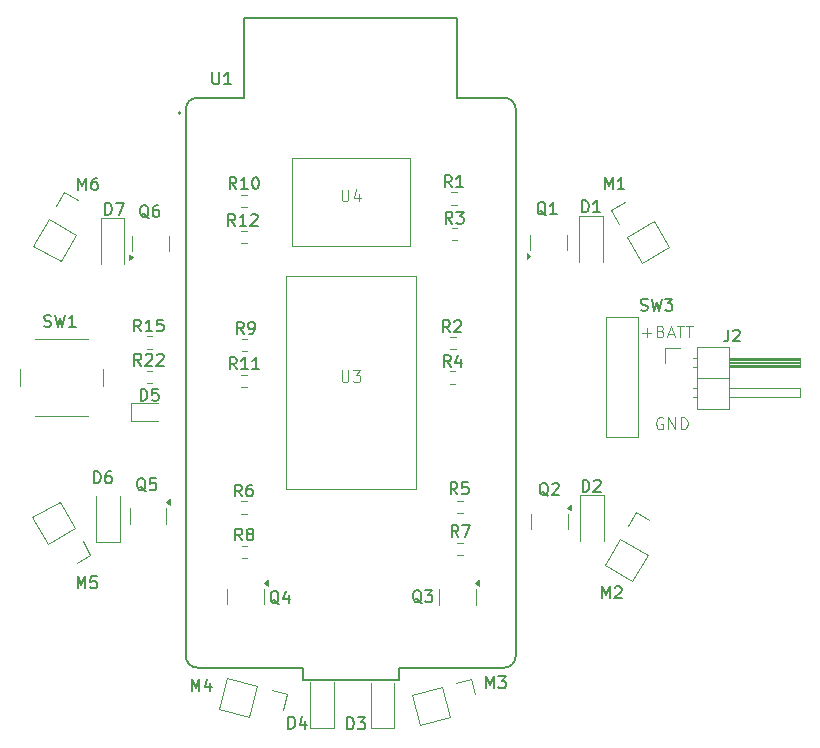
<source format=gbr>
%TF.GenerationSoftware,KiCad,Pcbnew,8.0.8-8.0.8-0~ubuntu24.04.1*%
%TF.CreationDate,2025-07-02T11:23:48+09:00*%
%TF.ProjectId,multicopter2,6d756c74-6963-46f7-9074-6572322e6b69,rev?*%
%TF.SameCoordinates,Original*%
%TF.FileFunction,Legend,Top*%
%TF.FilePolarity,Positive*%
%FSLAX46Y46*%
G04 Gerber Fmt 4.6, Leading zero omitted, Abs format (unit mm)*
G04 Created by KiCad (PCBNEW 8.0.8-8.0.8-0~ubuntu24.04.1) date 2025-07-02 11:23:48*
%MOMM*%
%LPD*%
G01*
G04 APERTURE LIST*
%ADD10C,0.100000*%
%ADD11C,0.150000*%
%ADD12C,0.120000*%
%ADD13C,0.127000*%
%ADD14C,0.200000*%
G04 APERTURE END LIST*
D10*
X126427693Y-102990038D02*
X126332455Y-102942419D01*
X126332455Y-102942419D02*
X126189598Y-102942419D01*
X126189598Y-102942419D02*
X126046741Y-102990038D01*
X126046741Y-102990038D02*
X125951503Y-103085276D01*
X125951503Y-103085276D02*
X125903884Y-103180514D01*
X125903884Y-103180514D02*
X125856265Y-103370990D01*
X125856265Y-103370990D02*
X125856265Y-103513847D01*
X125856265Y-103513847D02*
X125903884Y-103704323D01*
X125903884Y-103704323D02*
X125951503Y-103799561D01*
X125951503Y-103799561D02*
X126046741Y-103894800D01*
X126046741Y-103894800D02*
X126189598Y-103942419D01*
X126189598Y-103942419D02*
X126284836Y-103942419D01*
X126284836Y-103942419D02*
X126427693Y-103894800D01*
X126427693Y-103894800D02*
X126475312Y-103847180D01*
X126475312Y-103847180D02*
X126475312Y-103513847D01*
X126475312Y-103513847D02*
X126284836Y-103513847D01*
X126903884Y-103942419D02*
X126903884Y-102942419D01*
X126903884Y-102942419D02*
X127475312Y-103942419D01*
X127475312Y-103942419D02*
X127475312Y-102942419D01*
X127951503Y-103942419D02*
X127951503Y-102942419D01*
X127951503Y-102942419D02*
X128189598Y-102942419D01*
X128189598Y-102942419D02*
X128332455Y-102990038D01*
X128332455Y-102990038D02*
X128427693Y-103085276D01*
X128427693Y-103085276D02*
X128475312Y-103180514D01*
X128475312Y-103180514D02*
X128522931Y-103370990D01*
X128522931Y-103370990D02*
X128522931Y-103513847D01*
X128522931Y-103513847D02*
X128475312Y-103704323D01*
X128475312Y-103704323D02*
X128427693Y-103799561D01*
X128427693Y-103799561D02*
X128332455Y-103894800D01*
X128332455Y-103894800D02*
X128189598Y-103942419D01*
X128189598Y-103942419D02*
X127951503Y-103942419D01*
X124663884Y-95781466D02*
X125425789Y-95781466D01*
X125044836Y-96162419D02*
X125044836Y-95400514D01*
X126235312Y-95638609D02*
X126378169Y-95686228D01*
X126378169Y-95686228D02*
X126425788Y-95733847D01*
X126425788Y-95733847D02*
X126473407Y-95829085D01*
X126473407Y-95829085D02*
X126473407Y-95971942D01*
X126473407Y-95971942D02*
X126425788Y-96067180D01*
X126425788Y-96067180D02*
X126378169Y-96114800D01*
X126378169Y-96114800D02*
X126282931Y-96162419D01*
X126282931Y-96162419D02*
X125901979Y-96162419D01*
X125901979Y-96162419D02*
X125901979Y-95162419D01*
X125901979Y-95162419D02*
X126235312Y-95162419D01*
X126235312Y-95162419D02*
X126330550Y-95210038D01*
X126330550Y-95210038D02*
X126378169Y-95257657D01*
X126378169Y-95257657D02*
X126425788Y-95352895D01*
X126425788Y-95352895D02*
X126425788Y-95448133D01*
X126425788Y-95448133D02*
X126378169Y-95543371D01*
X126378169Y-95543371D02*
X126330550Y-95590990D01*
X126330550Y-95590990D02*
X126235312Y-95638609D01*
X126235312Y-95638609D02*
X125901979Y-95638609D01*
X126854360Y-95876704D02*
X127330550Y-95876704D01*
X126759122Y-96162419D02*
X127092455Y-95162419D01*
X127092455Y-95162419D02*
X127425788Y-96162419D01*
X127616265Y-95162419D02*
X128187693Y-95162419D01*
X127901979Y-96162419D02*
X127901979Y-95162419D01*
X128378170Y-95162419D02*
X128949598Y-95162419D01*
X128663884Y-96162419D02*
X128663884Y-95162419D01*
D11*
X116534761Y-85835057D02*
X116439523Y-85787438D01*
X116439523Y-85787438D02*
X116344285Y-85692200D01*
X116344285Y-85692200D02*
X116201428Y-85549342D01*
X116201428Y-85549342D02*
X116106190Y-85501723D01*
X116106190Y-85501723D02*
X116010952Y-85501723D01*
X116058571Y-85739819D02*
X115963333Y-85692200D01*
X115963333Y-85692200D02*
X115868095Y-85596961D01*
X115868095Y-85596961D02*
X115820476Y-85406485D01*
X115820476Y-85406485D02*
X115820476Y-85073152D01*
X115820476Y-85073152D02*
X115868095Y-84882676D01*
X115868095Y-84882676D02*
X115963333Y-84787438D01*
X115963333Y-84787438D02*
X116058571Y-84739819D01*
X116058571Y-84739819D02*
X116249047Y-84739819D01*
X116249047Y-84739819D02*
X116344285Y-84787438D01*
X116344285Y-84787438D02*
X116439523Y-84882676D01*
X116439523Y-84882676D02*
X116487142Y-85073152D01*
X116487142Y-85073152D02*
X116487142Y-85406485D01*
X116487142Y-85406485D02*
X116439523Y-85596961D01*
X116439523Y-85596961D02*
X116344285Y-85692200D01*
X116344285Y-85692200D02*
X116249047Y-85739819D01*
X116249047Y-85739819D02*
X116058571Y-85739819D01*
X117439523Y-85739819D02*
X116868095Y-85739819D01*
X117153809Y-85739819D02*
X117153809Y-84739819D01*
X117153809Y-84739819D02*
X117058571Y-84882676D01*
X117058571Y-84882676D02*
X116963333Y-84977914D01*
X116963333Y-84977914D02*
X116868095Y-85025533D01*
D10*
X99238095Y-83657419D02*
X99238095Y-84466942D01*
X99238095Y-84466942D02*
X99285714Y-84562180D01*
X99285714Y-84562180D02*
X99333333Y-84609800D01*
X99333333Y-84609800D02*
X99428571Y-84657419D01*
X99428571Y-84657419D02*
X99619047Y-84657419D01*
X99619047Y-84657419D02*
X99714285Y-84609800D01*
X99714285Y-84609800D02*
X99761904Y-84562180D01*
X99761904Y-84562180D02*
X99809523Y-84466942D01*
X99809523Y-84466942D02*
X99809523Y-83657419D01*
X100714285Y-83990752D02*
X100714285Y-84657419D01*
X100476190Y-83609800D02*
X100238095Y-84324085D01*
X100238095Y-84324085D02*
X100857142Y-84324085D01*
D11*
X108548333Y-83454819D02*
X108215000Y-82978628D01*
X107976905Y-83454819D02*
X107976905Y-82454819D01*
X107976905Y-82454819D02*
X108357857Y-82454819D01*
X108357857Y-82454819D02*
X108453095Y-82502438D01*
X108453095Y-82502438D02*
X108500714Y-82550057D01*
X108500714Y-82550057D02*
X108548333Y-82645295D01*
X108548333Y-82645295D02*
X108548333Y-82788152D01*
X108548333Y-82788152D02*
X108500714Y-82883390D01*
X108500714Y-82883390D02*
X108453095Y-82931009D01*
X108453095Y-82931009D02*
X108357857Y-82978628D01*
X108357857Y-82978628D02*
X107976905Y-82978628D01*
X109500714Y-83454819D02*
X108929286Y-83454819D01*
X109215000Y-83454819D02*
X109215000Y-82454819D01*
X109215000Y-82454819D02*
X109119762Y-82597676D01*
X109119762Y-82597676D02*
X109024524Y-82692914D01*
X109024524Y-82692914D02*
X108929286Y-82740533D01*
X90943333Y-95864819D02*
X90610000Y-95388628D01*
X90371905Y-95864819D02*
X90371905Y-94864819D01*
X90371905Y-94864819D02*
X90752857Y-94864819D01*
X90752857Y-94864819D02*
X90848095Y-94912438D01*
X90848095Y-94912438D02*
X90895714Y-94960057D01*
X90895714Y-94960057D02*
X90943333Y-95055295D01*
X90943333Y-95055295D02*
X90943333Y-95198152D01*
X90943333Y-95198152D02*
X90895714Y-95293390D01*
X90895714Y-95293390D02*
X90848095Y-95341009D01*
X90848095Y-95341009D02*
X90752857Y-95388628D01*
X90752857Y-95388628D02*
X90371905Y-95388628D01*
X91419524Y-95864819D02*
X91610000Y-95864819D01*
X91610000Y-95864819D02*
X91705238Y-95817200D01*
X91705238Y-95817200D02*
X91752857Y-95769580D01*
X91752857Y-95769580D02*
X91848095Y-95626723D01*
X91848095Y-95626723D02*
X91895714Y-95436247D01*
X91895714Y-95436247D02*
X91895714Y-95055295D01*
X91895714Y-95055295D02*
X91848095Y-94960057D01*
X91848095Y-94960057D02*
X91800476Y-94912438D01*
X91800476Y-94912438D02*
X91705238Y-94864819D01*
X91705238Y-94864819D02*
X91514762Y-94864819D01*
X91514762Y-94864819D02*
X91419524Y-94912438D01*
X91419524Y-94912438D02*
X91371905Y-94960057D01*
X91371905Y-94960057D02*
X91324286Y-95055295D01*
X91324286Y-95055295D02*
X91324286Y-95293390D01*
X91324286Y-95293390D02*
X91371905Y-95388628D01*
X91371905Y-95388628D02*
X91419524Y-95436247D01*
X91419524Y-95436247D02*
X91514762Y-95483866D01*
X91514762Y-95483866D02*
X91705238Y-95483866D01*
X91705238Y-95483866D02*
X91800476Y-95436247D01*
X91800476Y-95436247D02*
X91848095Y-95388628D01*
X91848095Y-95388628D02*
X91895714Y-95293390D01*
X124566667Y-93857200D02*
X124709524Y-93904819D01*
X124709524Y-93904819D02*
X124947619Y-93904819D01*
X124947619Y-93904819D02*
X125042857Y-93857200D01*
X125042857Y-93857200D02*
X125090476Y-93809580D01*
X125090476Y-93809580D02*
X125138095Y-93714342D01*
X125138095Y-93714342D02*
X125138095Y-93619104D01*
X125138095Y-93619104D02*
X125090476Y-93523866D01*
X125090476Y-93523866D02*
X125042857Y-93476247D01*
X125042857Y-93476247D02*
X124947619Y-93428628D01*
X124947619Y-93428628D02*
X124757143Y-93381009D01*
X124757143Y-93381009D02*
X124661905Y-93333390D01*
X124661905Y-93333390D02*
X124614286Y-93285771D01*
X124614286Y-93285771D02*
X124566667Y-93190533D01*
X124566667Y-93190533D02*
X124566667Y-93095295D01*
X124566667Y-93095295D02*
X124614286Y-93000057D01*
X124614286Y-93000057D02*
X124661905Y-92952438D01*
X124661905Y-92952438D02*
X124757143Y-92904819D01*
X124757143Y-92904819D02*
X124995238Y-92904819D01*
X124995238Y-92904819D02*
X125138095Y-92952438D01*
X125471429Y-92904819D02*
X125709524Y-93904819D01*
X125709524Y-93904819D02*
X125900000Y-93190533D01*
X125900000Y-93190533D02*
X126090476Y-93904819D01*
X126090476Y-93904819D02*
X126328572Y-92904819D01*
X126614286Y-92904819D02*
X127233333Y-92904819D01*
X127233333Y-92904819D02*
X126900000Y-93285771D01*
X126900000Y-93285771D02*
X127042857Y-93285771D01*
X127042857Y-93285771D02*
X127138095Y-93333390D01*
X127138095Y-93333390D02*
X127185714Y-93381009D01*
X127185714Y-93381009D02*
X127233333Y-93476247D01*
X127233333Y-93476247D02*
X127233333Y-93714342D01*
X127233333Y-93714342D02*
X127185714Y-93809580D01*
X127185714Y-93809580D02*
X127138095Y-93857200D01*
X127138095Y-93857200D02*
X127042857Y-93904819D01*
X127042857Y-93904819D02*
X126757143Y-93904819D01*
X126757143Y-93904819D02*
X126661905Y-93857200D01*
X126661905Y-93857200D02*
X126614286Y-93809580D01*
X93924761Y-118750057D02*
X93829523Y-118702438D01*
X93829523Y-118702438D02*
X93734285Y-118607200D01*
X93734285Y-118607200D02*
X93591428Y-118464342D01*
X93591428Y-118464342D02*
X93496190Y-118416723D01*
X93496190Y-118416723D02*
X93400952Y-118416723D01*
X93448571Y-118654819D02*
X93353333Y-118607200D01*
X93353333Y-118607200D02*
X93258095Y-118511961D01*
X93258095Y-118511961D02*
X93210476Y-118321485D01*
X93210476Y-118321485D02*
X93210476Y-117988152D01*
X93210476Y-117988152D02*
X93258095Y-117797676D01*
X93258095Y-117797676D02*
X93353333Y-117702438D01*
X93353333Y-117702438D02*
X93448571Y-117654819D01*
X93448571Y-117654819D02*
X93639047Y-117654819D01*
X93639047Y-117654819D02*
X93734285Y-117702438D01*
X93734285Y-117702438D02*
X93829523Y-117797676D01*
X93829523Y-117797676D02*
X93877142Y-117988152D01*
X93877142Y-117988152D02*
X93877142Y-118321485D01*
X93877142Y-118321485D02*
X93829523Y-118511961D01*
X93829523Y-118511961D02*
X93734285Y-118607200D01*
X93734285Y-118607200D02*
X93639047Y-118654819D01*
X93639047Y-118654819D02*
X93448571Y-118654819D01*
X94734285Y-117988152D02*
X94734285Y-118654819D01*
X94496190Y-117607200D02*
X94258095Y-118321485D01*
X94258095Y-118321485D02*
X94877142Y-118321485D01*
X74046667Y-95217200D02*
X74189524Y-95264819D01*
X74189524Y-95264819D02*
X74427619Y-95264819D01*
X74427619Y-95264819D02*
X74522857Y-95217200D01*
X74522857Y-95217200D02*
X74570476Y-95169580D01*
X74570476Y-95169580D02*
X74618095Y-95074342D01*
X74618095Y-95074342D02*
X74618095Y-94979104D01*
X74618095Y-94979104D02*
X74570476Y-94883866D01*
X74570476Y-94883866D02*
X74522857Y-94836247D01*
X74522857Y-94836247D02*
X74427619Y-94788628D01*
X74427619Y-94788628D02*
X74237143Y-94741009D01*
X74237143Y-94741009D02*
X74141905Y-94693390D01*
X74141905Y-94693390D02*
X74094286Y-94645771D01*
X74094286Y-94645771D02*
X74046667Y-94550533D01*
X74046667Y-94550533D02*
X74046667Y-94455295D01*
X74046667Y-94455295D02*
X74094286Y-94360057D01*
X74094286Y-94360057D02*
X74141905Y-94312438D01*
X74141905Y-94312438D02*
X74237143Y-94264819D01*
X74237143Y-94264819D02*
X74475238Y-94264819D01*
X74475238Y-94264819D02*
X74618095Y-94312438D01*
X74951429Y-94264819D02*
X75189524Y-95264819D01*
X75189524Y-95264819D02*
X75380000Y-94550533D01*
X75380000Y-94550533D02*
X75570476Y-95264819D01*
X75570476Y-95264819D02*
X75808572Y-94264819D01*
X76713333Y-95264819D02*
X76141905Y-95264819D01*
X76427619Y-95264819D02*
X76427619Y-94264819D01*
X76427619Y-94264819D02*
X76332381Y-94407676D01*
X76332381Y-94407676D02*
X76237143Y-94502914D01*
X76237143Y-94502914D02*
X76141905Y-94550533D01*
X106004761Y-118670057D02*
X105909523Y-118622438D01*
X105909523Y-118622438D02*
X105814285Y-118527200D01*
X105814285Y-118527200D02*
X105671428Y-118384342D01*
X105671428Y-118384342D02*
X105576190Y-118336723D01*
X105576190Y-118336723D02*
X105480952Y-118336723D01*
X105528571Y-118574819D02*
X105433333Y-118527200D01*
X105433333Y-118527200D02*
X105338095Y-118431961D01*
X105338095Y-118431961D02*
X105290476Y-118241485D01*
X105290476Y-118241485D02*
X105290476Y-117908152D01*
X105290476Y-117908152D02*
X105338095Y-117717676D01*
X105338095Y-117717676D02*
X105433333Y-117622438D01*
X105433333Y-117622438D02*
X105528571Y-117574819D01*
X105528571Y-117574819D02*
X105719047Y-117574819D01*
X105719047Y-117574819D02*
X105814285Y-117622438D01*
X105814285Y-117622438D02*
X105909523Y-117717676D01*
X105909523Y-117717676D02*
X105957142Y-117908152D01*
X105957142Y-117908152D02*
X105957142Y-118241485D01*
X105957142Y-118241485D02*
X105909523Y-118431961D01*
X105909523Y-118431961D02*
X105814285Y-118527200D01*
X105814285Y-118527200D02*
X105719047Y-118574819D01*
X105719047Y-118574819D02*
X105528571Y-118574819D01*
X106290476Y-117574819D02*
X106909523Y-117574819D01*
X106909523Y-117574819D02*
X106576190Y-117955771D01*
X106576190Y-117955771D02*
X106719047Y-117955771D01*
X106719047Y-117955771D02*
X106814285Y-118003390D01*
X106814285Y-118003390D02*
X106861904Y-118051009D01*
X106861904Y-118051009D02*
X106909523Y-118146247D01*
X106909523Y-118146247D02*
X106909523Y-118384342D01*
X106909523Y-118384342D02*
X106861904Y-118479580D01*
X106861904Y-118479580D02*
X106814285Y-118527200D01*
X106814285Y-118527200D02*
X106719047Y-118574819D01*
X106719047Y-118574819D02*
X106433333Y-118574819D01*
X106433333Y-118574819D02*
X106338095Y-118527200D01*
X106338095Y-118527200D02*
X106290476Y-118479580D01*
X90778333Y-109634819D02*
X90445000Y-109158628D01*
X90206905Y-109634819D02*
X90206905Y-108634819D01*
X90206905Y-108634819D02*
X90587857Y-108634819D01*
X90587857Y-108634819D02*
X90683095Y-108682438D01*
X90683095Y-108682438D02*
X90730714Y-108730057D01*
X90730714Y-108730057D02*
X90778333Y-108825295D01*
X90778333Y-108825295D02*
X90778333Y-108968152D01*
X90778333Y-108968152D02*
X90730714Y-109063390D01*
X90730714Y-109063390D02*
X90683095Y-109111009D01*
X90683095Y-109111009D02*
X90587857Y-109158628D01*
X90587857Y-109158628D02*
X90206905Y-109158628D01*
X91635476Y-108634819D02*
X91445000Y-108634819D01*
X91445000Y-108634819D02*
X91349762Y-108682438D01*
X91349762Y-108682438D02*
X91302143Y-108730057D01*
X91302143Y-108730057D02*
X91206905Y-108872914D01*
X91206905Y-108872914D02*
X91159286Y-109063390D01*
X91159286Y-109063390D02*
X91159286Y-109444342D01*
X91159286Y-109444342D02*
X91206905Y-109539580D01*
X91206905Y-109539580D02*
X91254524Y-109587200D01*
X91254524Y-109587200D02*
X91349762Y-109634819D01*
X91349762Y-109634819D02*
X91540238Y-109634819D01*
X91540238Y-109634819D02*
X91635476Y-109587200D01*
X91635476Y-109587200D02*
X91683095Y-109539580D01*
X91683095Y-109539580D02*
X91730714Y-109444342D01*
X91730714Y-109444342D02*
X91730714Y-109206247D01*
X91730714Y-109206247D02*
X91683095Y-109111009D01*
X91683095Y-109111009D02*
X91635476Y-109063390D01*
X91635476Y-109063390D02*
X91540238Y-109015771D01*
X91540238Y-109015771D02*
X91349762Y-109015771D01*
X91349762Y-109015771D02*
X91254524Y-109063390D01*
X91254524Y-109063390D02*
X91206905Y-109111009D01*
X91206905Y-109111009D02*
X91159286Y-109206247D01*
X109123333Y-113054819D02*
X108790000Y-112578628D01*
X108551905Y-113054819D02*
X108551905Y-112054819D01*
X108551905Y-112054819D02*
X108932857Y-112054819D01*
X108932857Y-112054819D02*
X109028095Y-112102438D01*
X109028095Y-112102438D02*
X109075714Y-112150057D01*
X109075714Y-112150057D02*
X109123333Y-112245295D01*
X109123333Y-112245295D02*
X109123333Y-112388152D01*
X109123333Y-112388152D02*
X109075714Y-112483390D01*
X109075714Y-112483390D02*
X109028095Y-112531009D01*
X109028095Y-112531009D02*
X108932857Y-112578628D01*
X108932857Y-112578628D02*
X108551905Y-112578628D01*
X109456667Y-112054819D02*
X110123333Y-112054819D01*
X110123333Y-112054819D02*
X109694762Y-113054819D01*
X108463333Y-98674819D02*
X108130000Y-98198628D01*
X107891905Y-98674819D02*
X107891905Y-97674819D01*
X107891905Y-97674819D02*
X108272857Y-97674819D01*
X108272857Y-97674819D02*
X108368095Y-97722438D01*
X108368095Y-97722438D02*
X108415714Y-97770057D01*
X108415714Y-97770057D02*
X108463333Y-97865295D01*
X108463333Y-97865295D02*
X108463333Y-98008152D01*
X108463333Y-98008152D02*
X108415714Y-98103390D01*
X108415714Y-98103390D02*
X108368095Y-98151009D01*
X108368095Y-98151009D02*
X108272857Y-98198628D01*
X108272857Y-98198628D02*
X107891905Y-98198628D01*
X109320476Y-98008152D02*
X109320476Y-98674819D01*
X109082381Y-97627200D02*
X108844286Y-98341485D01*
X108844286Y-98341485D02*
X109463333Y-98341485D01*
X79201905Y-85774819D02*
X79201905Y-84774819D01*
X79201905Y-84774819D02*
X79440000Y-84774819D01*
X79440000Y-84774819D02*
X79582857Y-84822438D01*
X79582857Y-84822438D02*
X79678095Y-84917676D01*
X79678095Y-84917676D02*
X79725714Y-85012914D01*
X79725714Y-85012914D02*
X79773333Y-85203390D01*
X79773333Y-85203390D02*
X79773333Y-85346247D01*
X79773333Y-85346247D02*
X79725714Y-85536723D01*
X79725714Y-85536723D02*
X79678095Y-85631961D01*
X79678095Y-85631961D02*
X79582857Y-85727200D01*
X79582857Y-85727200D02*
X79440000Y-85774819D01*
X79440000Y-85774819D02*
X79201905Y-85774819D01*
X80106667Y-84774819D02*
X80773333Y-84774819D01*
X80773333Y-84774819D02*
X80344762Y-85774819D01*
X82894761Y-86067557D02*
X82799523Y-86019938D01*
X82799523Y-86019938D02*
X82704285Y-85924700D01*
X82704285Y-85924700D02*
X82561428Y-85781842D01*
X82561428Y-85781842D02*
X82466190Y-85734223D01*
X82466190Y-85734223D02*
X82370952Y-85734223D01*
X82418571Y-85972319D02*
X82323333Y-85924700D01*
X82323333Y-85924700D02*
X82228095Y-85829461D01*
X82228095Y-85829461D02*
X82180476Y-85638985D01*
X82180476Y-85638985D02*
X82180476Y-85305652D01*
X82180476Y-85305652D02*
X82228095Y-85115176D01*
X82228095Y-85115176D02*
X82323333Y-85019938D01*
X82323333Y-85019938D02*
X82418571Y-84972319D01*
X82418571Y-84972319D02*
X82609047Y-84972319D01*
X82609047Y-84972319D02*
X82704285Y-85019938D01*
X82704285Y-85019938D02*
X82799523Y-85115176D01*
X82799523Y-85115176D02*
X82847142Y-85305652D01*
X82847142Y-85305652D02*
X82847142Y-85638985D01*
X82847142Y-85638985D02*
X82799523Y-85829461D01*
X82799523Y-85829461D02*
X82704285Y-85924700D01*
X82704285Y-85924700D02*
X82609047Y-85972319D01*
X82609047Y-85972319D02*
X82418571Y-85972319D01*
X83704285Y-84972319D02*
X83513809Y-84972319D01*
X83513809Y-84972319D02*
X83418571Y-85019938D01*
X83418571Y-85019938D02*
X83370952Y-85067557D01*
X83370952Y-85067557D02*
X83275714Y-85210414D01*
X83275714Y-85210414D02*
X83228095Y-85400890D01*
X83228095Y-85400890D02*
X83228095Y-85781842D01*
X83228095Y-85781842D02*
X83275714Y-85877080D01*
X83275714Y-85877080D02*
X83323333Y-85924700D01*
X83323333Y-85924700D02*
X83418571Y-85972319D01*
X83418571Y-85972319D02*
X83609047Y-85972319D01*
X83609047Y-85972319D02*
X83704285Y-85924700D01*
X83704285Y-85924700D02*
X83751904Y-85877080D01*
X83751904Y-85877080D02*
X83799523Y-85781842D01*
X83799523Y-85781842D02*
X83799523Y-85543747D01*
X83799523Y-85543747D02*
X83751904Y-85448509D01*
X83751904Y-85448509D02*
X83704285Y-85400890D01*
X83704285Y-85400890D02*
X83609047Y-85353271D01*
X83609047Y-85353271D02*
X83418571Y-85353271D01*
X83418571Y-85353271D02*
X83323333Y-85400890D01*
X83323333Y-85400890D02*
X83275714Y-85448509D01*
X83275714Y-85448509D02*
X83228095Y-85543747D01*
X76870476Y-117404819D02*
X76870476Y-116404819D01*
X76870476Y-116404819D02*
X77203809Y-117119104D01*
X77203809Y-117119104D02*
X77537142Y-116404819D01*
X77537142Y-116404819D02*
X77537142Y-117404819D01*
X78489523Y-116404819D02*
X78013333Y-116404819D01*
X78013333Y-116404819D02*
X77965714Y-116881009D01*
X77965714Y-116881009D02*
X78013333Y-116833390D01*
X78013333Y-116833390D02*
X78108571Y-116785771D01*
X78108571Y-116785771D02*
X78346666Y-116785771D01*
X78346666Y-116785771D02*
X78441904Y-116833390D01*
X78441904Y-116833390D02*
X78489523Y-116881009D01*
X78489523Y-116881009D02*
X78537142Y-116976247D01*
X78537142Y-116976247D02*
X78537142Y-117214342D01*
X78537142Y-117214342D02*
X78489523Y-117309580D01*
X78489523Y-117309580D02*
X78441904Y-117357200D01*
X78441904Y-117357200D02*
X78346666Y-117404819D01*
X78346666Y-117404819D02*
X78108571Y-117404819D01*
X78108571Y-117404819D02*
X78013333Y-117357200D01*
X78013333Y-117357200D02*
X77965714Y-117309580D01*
X78261905Y-108504819D02*
X78261905Y-107504819D01*
X78261905Y-107504819D02*
X78500000Y-107504819D01*
X78500000Y-107504819D02*
X78642857Y-107552438D01*
X78642857Y-107552438D02*
X78738095Y-107647676D01*
X78738095Y-107647676D02*
X78785714Y-107742914D01*
X78785714Y-107742914D02*
X78833333Y-107933390D01*
X78833333Y-107933390D02*
X78833333Y-108076247D01*
X78833333Y-108076247D02*
X78785714Y-108266723D01*
X78785714Y-108266723D02*
X78738095Y-108361961D01*
X78738095Y-108361961D02*
X78642857Y-108457200D01*
X78642857Y-108457200D02*
X78500000Y-108504819D01*
X78500000Y-108504819D02*
X78261905Y-108504819D01*
X79690476Y-107504819D02*
X79500000Y-107504819D01*
X79500000Y-107504819D02*
X79404762Y-107552438D01*
X79404762Y-107552438D02*
X79357143Y-107600057D01*
X79357143Y-107600057D02*
X79261905Y-107742914D01*
X79261905Y-107742914D02*
X79214286Y-107933390D01*
X79214286Y-107933390D02*
X79214286Y-108314342D01*
X79214286Y-108314342D02*
X79261905Y-108409580D01*
X79261905Y-108409580D02*
X79309524Y-108457200D01*
X79309524Y-108457200D02*
X79404762Y-108504819D01*
X79404762Y-108504819D02*
X79595238Y-108504819D01*
X79595238Y-108504819D02*
X79690476Y-108457200D01*
X79690476Y-108457200D02*
X79738095Y-108409580D01*
X79738095Y-108409580D02*
X79785714Y-108314342D01*
X79785714Y-108314342D02*
X79785714Y-108076247D01*
X79785714Y-108076247D02*
X79738095Y-107981009D01*
X79738095Y-107981009D02*
X79690476Y-107933390D01*
X79690476Y-107933390D02*
X79595238Y-107885771D01*
X79595238Y-107885771D02*
X79404762Y-107885771D01*
X79404762Y-107885771D02*
X79309524Y-107933390D01*
X79309524Y-107933390D02*
X79261905Y-107981009D01*
X79261905Y-107981009D02*
X79214286Y-108076247D01*
X119641905Y-109224819D02*
X119641905Y-108224819D01*
X119641905Y-108224819D02*
X119880000Y-108224819D01*
X119880000Y-108224819D02*
X120022857Y-108272438D01*
X120022857Y-108272438D02*
X120118095Y-108367676D01*
X120118095Y-108367676D02*
X120165714Y-108462914D01*
X120165714Y-108462914D02*
X120213333Y-108653390D01*
X120213333Y-108653390D02*
X120213333Y-108796247D01*
X120213333Y-108796247D02*
X120165714Y-108986723D01*
X120165714Y-108986723D02*
X120118095Y-109081961D01*
X120118095Y-109081961D02*
X120022857Y-109177200D01*
X120022857Y-109177200D02*
X119880000Y-109224819D01*
X119880000Y-109224819D02*
X119641905Y-109224819D01*
X120594286Y-108320057D02*
X120641905Y-108272438D01*
X120641905Y-108272438D02*
X120737143Y-108224819D01*
X120737143Y-108224819D02*
X120975238Y-108224819D01*
X120975238Y-108224819D02*
X121070476Y-108272438D01*
X121070476Y-108272438D02*
X121118095Y-108320057D01*
X121118095Y-108320057D02*
X121165714Y-108415295D01*
X121165714Y-108415295D02*
X121165714Y-108510533D01*
X121165714Y-108510533D02*
X121118095Y-108653390D01*
X121118095Y-108653390D02*
X120546667Y-109224819D01*
X120546667Y-109224819D02*
X121165714Y-109224819D01*
X90312142Y-83594819D02*
X89978809Y-83118628D01*
X89740714Y-83594819D02*
X89740714Y-82594819D01*
X89740714Y-82594819D02*
X90121666Y-82594819D01*
X90121666Y-82594819D02*
X90216904Y-82642438D01*
X90216904Y-82642438D02*
X90264523Y-82690057D01*
X90264523Y-82690057D02*
X90312142Y-82785295D01*
X90312142Y-82785295D02*
X90312142Y-82928152D01*
X90312142Y-82928152D02*
X90264523Y-83023390D01*
X90264523Y-83023390D02*
X90216904Y-83071009D01*
X90216904Y-83071009D02*
X90121666Y-83118628D01*
X90121666Y-83118628D02*
X89740714Y-83118628D01*
X91264523Y-83594819D02*
X90693095Y-83594819D01*
X90978809Y-83594819D02*
X90978809Y-82594819D01*
X90978809Y-82594819D02*
X90883571Y-82737676D01*
X90883571Y-82737676D02*
X90788333Y-82832914D01*
X90788333Y-82832914D02*
X90693095Y-82880533D01*
X91883571Y-82594819D02*
X91978809Y-82594819D01*
X91978809Y-82594819D02*
X92074047Y-82642438D01*
X92074047Y-82642438D02*
X92121666Y-82690057D01*
X92121666Y-82690057D02*
X92169285Y-82785295D01*
X92169285Y-82785295D02*
X92216904Y-82975771D01*
X92216904Y-82975771D02*
X92216904Y-83213866D01*
X92216904Y-83213866D02*
X92169285Y-83404342D01*
X92169285Y-83404342D02*
X92121666Y-83499580D01*
X92121666Y-83499580D02*
X92074047Y-83547200D01*
X92074047Y-83547200D02*
X91978809Y-83594819D01*
X91978809Y-83594819D02*
X91883571Y-83594819D01*
X91883571Y-83594819D02*
X91788333Y-83547200D01*
X91788333Y-83547200D02*
X91740714Y-83499580D01*
X91740714Y-83499580D02*
X91693095Y-83404342D01*
X91693095Y-83404342D02*
X91645476Y-83213866D01*
X91645476Y-83213866D02*
X91645476Y-82975771D01*
X91645476Y-82975771D02*
X91693095Y-82785295D01*
X91693095Y-82785295D02*
X91740714Y-82690057D01*
X91740714Y-82690057D02*
X91788333Y-82642438D01*
X91788333Y-82642438D02*
X91883571Y-82594819D01*
X108393333Y-95724819D02*
X108060000Y-95248628D01*
X107821905Y-95724819D02*
X107821905Y-94724819D01*
X107821905Y-94724819D02*
X108202857Y-94724819D01*
X108202857Y-94724819D02*
X108298095Y-94772438D01*
X108298095Y-94772438D02*
X108345714Y-94820057D01*
X108345714Y-94820057D02*
X108393333Y-94915295D01*
X108393333Y-94915295D02*
X108393333Y-95058152D01*
X108393333Y-95058152D02*
X108345714Y-95153390D01*
X108345714Y-95153390D02*
X108298095Y-95201009D01*
X108298095Y-95201009D02*
X108202857Y-95248628D01*
X108202857Y-95248628D02*
X107821905Y-95248628D01*
X108774286Y-94820057D02*
X108821905Y-94772438D01*
X108821905Y-94772438D02*
X108917143Y-94724819D01*
X108917143Y-94724819D02*
X109155238Y-94724819D01*
X109155238Y-94724819D02*
X109250476Y-94772438D01*
X109250476Y-94772438D02*
X109298095Y-94820057D01*
X109298095Y-94820057D02*
X109345714Y-94915295D01*
X109345714Y-94915295D02*
X109345714Y-95010533D01*
X109345714Y-95010533D02*
X109298095Y-95153390D01*
X109298095Y-95153390D02*
X108726667Y-95724819D01*
X108726667Y-95724819D02*
X109345714Y-95724819D01*
X121270476Y-118254819D02*
X121270476Y-117254819D01*
X121270476Y-117254819D02*
X121603809Y-117969104D01*
X121603809Y-117969104D02*
X121937142Y-117254819D01*
X121937142Y-117254819D02*
X121937142Y-118254819D01*
X122365714Y-117350057D02*
X122413333Y-117302438D01*
X122413333Y-117302438D02*
X122508571Y-117254819D01*
X122508571Y-117254819D02*
X122746666Y-117254819D01*
X122746666Y-117254819D02*
X122841904Y-117302438D01*
X122841904Y-117302438D02*
X122889523Y-117350057D01*
X122889523Y-117350057D02*
X122937142Y-117445295D01*
X122937142Y-117445295D02*
X122937142Y-117540533D01*
X122937142Y-117540533D02*
X122889523Y-117683390D01*
X122889523Y-117683390D02*
X122318095Y-118254819D01*
X122318095Y-118254819D02*
X122937142Y-118254819D01*
X111460476Y-125874821D02*
X111460476Y-124874821D01*
X111460476Y-124874821D02*
X111793809Y-125589106D01*
X111793809Y-125589106D02*
X112127142Y-124874821D01*
X112127142Y-124874821D02*
X112127142Y-125874821D01*
X112508095Y-124874821D02*
X113127142Y-124874821D01*
X113127142Y-124874821D02*
X112793809Y-125255773D01*
X112793809Y-125255773D02*
X112936666Y-125255773D01*
X112936666Y-125255773D02*
X113031904Y-125303392D01*
X113031904Y-125303392D02*
X113079523Y-125351011D01*
X113079523Y-125351011D02*
X113127142Y-125446249D01*
X113127142Y-125446249D02*
X113127142Y-125684344D01*
X113127142Y-125684344D02*
X113079523Y-125779582D01*
X113079523Y-125779582D02*
X113031904Y-125827202D01*
X113031904Y-125827202D02*
X112936666Y-125874821D01*
X112936666Y-125874821D02*
X112650952Y-125874821D01*
X112650952Y-125874821D02*
X112555714Y-125827202D01*
X112555714Y-125827202D02*
X112508095Y-125779582D01*
D10*
X99238095Y-98957419D02*
X99238095Y-99766942D01*
X99238095Y-99766942D02*
X99285714Y-99862180D01*
X99285714Y-99862180D02*
X99333333Y-99909800D01*
X99333333Y-99909800D02*
X99428571Y-99957419D01*
X99428571Y-99957419D02*
X99619047Y-99957419D01*
X99619047Y-99957419D02*
X99714285Y-99909800D01*
X99714285Y-99909800D02*
X99761904Y-99862180D01*
X99761904Y-99862180D02*
X99809523Y-99766942D01*
X99809523Y-99766942D02*
X99809523Y-98957419D01*
X100190476Y-98957419D02*
X100809523Y-98957419D01*
X100809523Y-98957419D02*
X100476190Y-99338371D01*
X100476190Y-99338371D02*
X100619047Y-99338371D01*
X100619047Y-99338371D02*
X100714285Y-99385990D01*
X100714285Y-99385990D02*
X100761904Y-99433609D01*
X100761904Y-99433609D02*
X100809523Y-99528847D01*
X100809523Y-99528847D02*
X100809523Y-99766942D01*
X100809523Y-99766942D02*
X100761904Y-99862180D01*
X100761904Y-99862180D02*
X100714285Y-99909800D01*
X100714285Y-99909800D02*
X100619047Y-99957419D01*
X100619047Y-99957419D02*
X100333333Y-99957419D01*
X100333333Y-99957419D02*
X100238095Y-99909800D01*
X100238095Y-99909800D02*
X100190476Y-99862180D01*
D11*
X108598333Y-86534819D02*
X108265000Y-86058628D01*
X108026905Y-86534819D02*
X108026905Y-85534819D01*
X108026905Y-85534819D02*
X108407857Y-85534819D01*
X108407857Y-85534819D02*
X108503095Y-85582438D01*
X108503095Y-85582438D02*
X108550714Y-85630057D01*
X108550714Y-85630057D02*
X108598333Y-85725295D01*
X108598333Y-85725295D02*
X108598333Y-85868152D01*
X108598333Y-85868152D02*
X108550714Y-85963390D01*
X108550714Y-85963390D02*
X108503095Y-86011009D01*
X108503095Y-86011009D02*
X108407857Y-86058628D01*
X108407857Y-86058628D02*
X108026905Y-86058628D01*
X108931667Y-85534819D02*
X109550714Y-85534819D01*
X109550714Y-85534819D02*
X109217381Y-85915771D01*
X109217381Y-85915771D02*
X109360238Y-85915771D01*
X109360238Y-85915771D02*
X109455476Y-85963390D01*
X109455476Y-85963390D02*
X109503095Y-86011009D01*
X109503095Y-86011009D02*
X109550714Y-86106247D01*
X109550714Y-86106247D02*
X109550714Y-86344342D01*
X109550714Y-86344342D02*
X109503095Y-86439580D01*
X109503095Y-86439580D02*
X109455476Y-86487200D01*
X109455476Y-86487200D02*
X109360238Y-86534819D01*
X109360238Y-86534819D02*
X109074524Y-86534819D01*
X109074524Y-86534819D02*
X108979286Y-86487200D01*
X108979286Y-86487200D02*
X108931667Y-86439580D01*
X88288095Y-73724819D02*
X88288095Y-74534342D01*
X88288095Y-74534342D02*
X88335714Y-74629580D01*
X88335714Y-74629580D02*
X88383333Y-74677200D01*
X88383333Y-74677200D02*
X88478571Y-74724819D01*
X88478571Y-74724819D02*
X88669047Y-74724819D01*
X88669047Y-74724819D02*
X88764285Y-74677200D01*
X88764285Y-74677200D02*
X88811904Y-74629580D01*
X88811904Y-74629580D02*
X88859523Y-74534342D01*
X88859523Y-74534342D02*
X88859523Y-73724819D01*
X89859523Y-74724819D02*
X89288095Y-74724819D01*
X89573809Y-74724819D02*
X89573809Y-73724819D01*
X89573809Y-73724819D02*
X89478571Y-73867676D01*
X89478571Y-73867676D02*
X89383333Y-73962914D01*
X89383333Y-73962914D02*
X89288095Y-74010533D01*
X82247142Y-95654819D02*
X81913809Y-95178628D01*
X81675714Y-95654819D02*
X81675714Y-94654819D01*
X81675714Y-94654819D02*
X82056666Y-94654819D01*
X82056666Y-94654819D02*
X82151904Y-94702438D01*
X82151904Y-94702438D02*
X82199523Y-94750057D01*
X82199523Y-94750057D02*
X82247142Y-94845295D01*
X82247142Y-94845295D02*
X82247142Y-94988152D01*
X82247142Y-94988152D02*
X82199523Y-95083390D01*
X82199523Y-95083390D02*
X82151904Y-95131009D01*
X82151904Y-95131009D02*
X82056666Y-95178628D01*
X82056666Y-95178628D02*
X81675714Y-95178628D01*
X83199523Y-95654819D02*
X82628095Y-95654819D01*
X82913809Y-95654819D02*
X82913809Y-94654819D01*
X82913809Y-94654819D02*
X82818571Y-94797676D01*
X82818571Y-94797676D02*
X82723333Y-94892914D01*
X82723333Y-94892914D02*
X82628095Y-94940533D01*
X84104285Y-94654819D02*
X83628095Y-94654819D01*
X83628095Y-94654819D02*
X83580476Y-95131009D01*
X83580476Y-95131009D02*
X83628095Y-95083390D01*
X83628095Y-95083390D02*
X83723333Y-95035771D01*
X83723333Y-95035771D02*
X83961428Y-95035771D01*
X83961428Y-95035771D02*
X84056666Y-95083390D01*
X84056666Y-95083390D02*
X84104285Y-95131009D01*
X84104285Y-95131009D02*
X84151904Y-95226247D01*
X84151904Y-95226247D02*
X84151904Y-95464342D01*
X84151904Y-95464342D02*
X84104285Y-95559580D01*
X84104285Y-95559580D02*
X84056666Y-95607200D01*
X84056666Y-95607200D02*
X83961428Y-95654819D01*
X83961428Y-95654819D02*
X83723333Y-95654819D01*
X83723333Y-95654819D02*
X83628095Y-95607200D01*
X83628095Y-95607200D02*
X83580476Y-95559580D01*
X82214405Y-101524819D02*
X82214405Y-100524819D01*
X82214405Y-100524819D02*
X82452500Y-100524819D01*
X82452500Y-100524819D02*
X82595357Y-100572438D01*
X82595357Y-100572438D02*
X82690595Y-100667676D01*
X82690595Y-100667676D02*
X82738214Y-100762914D01*
X82738214Y-100762914D02*
X82785833Y-100953390D01*
X82785833Y-100953390D02*
X82785833Y-101096247D01*
X82785833Y-101096247D02*
X82738214Y-101286723D01*
X82738214Y-101286723D02*
X82690595Y-101381961D01*
X82690595Y-101381961D02*
X82595357Y-101477200D01*
X82595357Y-101477200D02*
X82452500Y-101524819D01*
X82452500Y-101524819D02*
X82214405Y-101524819D01*
X83690595Y-100524819D02*
X83214405Y-100524819D01*
X83214405Y-100524819D02*
X83166786Y-101001009D01*
X83166786Y-101001009D02*
X83214405Y-100953390D01*
X83214405Y-100953390D02*
X83309643Y-100905771D01*
X83309643Y-100905771D02*
X83547738Y-100905771D01*
X83547738Y-100905771D02*
X83642976Y-100953390D01*
X83642976Y-100953390D02*
X83690595Y-101001009D01*
X83690595Y-101001009D02*
X83738214Y-101096247D01*
X83738214Y-101096247D02*
X83738214Y-101334342D01*
X83738214Y-101334342D02*
X83690595Y-101429580D01*
X83690595Y-101429580D02*
X83642976Y-101477200D01*
X83642976Y-101477200D02*
X83547738Y-101524819D01*
X83547738Y-101524819D02*
X83309643Y-101524819D01*
X83309643Y-101524819D02*
X83214405Y-101477200D01*
X83214405Y-101477200D02*
X83166786Y-101429580D01*
X119581905Y-85564819D02*
X119581905Y-84564819D01*
X119581905Y-84564819D02*
X119820000Y-84564819D01*
X119820000Y-84564819D02*
X119962857Y-84612438D01*
X119962857Y-84612438D02*
X120058095Y-84707676D01*
X120058095Y-84707676D02*
X120105714Y-84802914D01*
X120105714Y-84802914D02*
X120153333Y-84993390D01*
X120153333Y-84993390D02*
X120153333Y-85136247D01*
X120153333Y-85136247D02*
X120105714Y-85326723D01*
X120105714Y-85326723D02*
X120058095Y-85421961D01*
X120058095Y-85421961D02*
X119962857Y-85517200D01*
X119962857Y-85517200D02*
X119820000Y-85564819D01*
X119820000Y-85564819D02*
X119581905Y-85564819D01*
X121105714Y-85564819D02*
X120534286Y-85564819D01*
X120820000Y-85564819D02*
X120820000Y-84564819D01*
X120820000Y-84564819D02*
X120724762Y-84707676D01*
X120724762Y-84707676D02*
X120629524Y-84802914D01*
X120629524Y-84802914D02*
X120534286Y-84850533D01*
X94721905Y-129284819D02*
X94721905Y-128284819D01*
X94721905Y-128284819D02*
X94960000Y-128284819D01*
X94960000Y-128284819D02*
X95102857Y-128332438D01*
X95102857Y-128332438D02*
X95198095Y-128427676D01*
X95198095Y-128427676D02*
X95245714Y-128522914D01*
X95245714Y-128522914D02*
X95293333Y-128713390D01*
X95293333Y-128713390D02*
X95293333Y-128856247D01*
X95293333Y-128856247D02*
X95245714Y-129046723D01*
X95245714Y-129046723D02*
X95198095Y-129141961D01*
X95198095Y-129141961D02*
X95102857Y-129237200D01*
X95102857Y-129237200D02*
X94960000Y-129284819D01*
X94960000Y-129284819D02*
X94721905Y-129284819D01*
X96150476Y-128618152D02*
X96150476Y-129284819D01*
X95912381Y-128237200D02*
X95674286Y-128951485D01*
X95674286Y-128951485D02*
X96293333Y-128951485D01*
X90212142Y-86714819D02*
X89878809Y-86238628D01*
X89640714Y-86714819D02*
X89640714Y-85714819D01*
X89640714Y-85714819D02*
X90021666Y-85714819D01*
X90021666Y-85714819D02*
X90116904Y-85762438D01*
X90116904Y-85762438D02*
X90164523Y-85810057D01*
X90164523Y-85810057D02*
X90212142Y-85905295D01*
X90212142Y-85905295D02*
X90212142Y-86048152D01*
X90212142Y-86048152D02*
X90164523Y-86143390D01*
X90164523Y-86143390D02*
X90116904Y-86191009D01*
X90116904Y-86191009D02*
X90021666Y-86238628D01*
X90021666Y-86238628D02*
X89640714Y-86238628D01*
X91164523Y-86714819D02*
X90593095Y-86714819D01*
X90878809Y-86714819D02*
X90878809Y-85714819D01*
X90878809Y-85714819D02*
X90783571Y-85857676D01*
X90783571Y-85857676D02*
X90688333Y-85952914D01*
X90688333Y-85952914D02*
X90593095Y-86000533D01*
X91545476Y-85810057D02*
X91593095Y-85762438D01*
X91593095Y-85762438D02*
X91688333Y-85714819D01*
X91688333Y-85714819D02*
X91926428Y-85714819D01*
X91926428Y-85714819D02*
X92021666Y-85762438D01*
X92021666Y-85762438D02*
X92069285Y-85810057D01*
X92069285Y-85810057D02*
X92116904Y-85905295D01*
X92116904Y-85905295D02*
X92116904Y-86000533D01*
X92116904Y-86000533D02*
X92069285Y-86143390D01*
X92069285Y-86143390D02*
X91497857Y-86714819D01*
X91497857Y-86714819D02*
X92116904Y-86714819D01*
X76940476Y-83664819D02*
X76940476Y-82664819D01*
X76940476Y-82664819D02*
X77273809Y-83379104D01*
X77273809Y-83379104D02*
X77607142Y-82664819D01*
X77607142Y-82664819D02*
X77607142Y-83664819D01*
X78511904Y-82664819D02*
X78321428Y-82664819D01*
X78321428Y-82664819D02*
X78226190Y-82712438D01*
X78226190Y-82712438D02*
X78178571Y-82760057D01*
X78178571Y-82760057D02*
X78083333Y-82902914D01*
X78083333Y-82902914D02*
X78035714Y-83093390D01*
X78035714Y-83093390D02*
X78035714Y-83474342D01*
X78035714Y-83474342D02*
X78083333Y-83569580D01*
X78083333Y-83569580D02*
X78130952Y-83617200D01*
X78130952Y-83617200D02*
X78226190Y-83664819D01*
X78226190Y-83664819D02*
X78416666Y-83664819D01*
X78416666Y-83664819D02*
X78511904Y-83617200D01*
X78511904Y-83617200D02*
X78559523Y-83569580D01*
X78559523Y-83569580D02*
X78607142Y-83474342D01*
X78607142Y-83474342D02*
X78607142Y-83236247D01*
X78607142Y-83236247D02*
X78559523Y-83141009D01*
X78559523Y-83141009D02*
X78511904Y-83093390D01*
X78511904Y-83093390D02*
X78416666Y-83045771D01*
X78416666Y-83045771D02*
X78226190Y-83045771D01*
X78226190Y-83045771D02*
X78130952Y-83093390D01*
X78130952Y-83093390D02*
X78083333Y-83141009D01*
X78083333Y-83141009D02*
X78035714Y-83236247D01*
X131961666Y-95504819D02*
X131961666Y-96219104D01*
X131961666Y-96219104D02*
X131914047Y-96361961D01*
X131914047Y-96361961D02*
X131818809Y-96457200D01*
X131818809Y-96457200D02*
X131675952Y-96504819D01*
X131675952Y-96504819D02*
X131580714Y-96504819D01*
X132390238Y-95600057D02*
X132437857Y-95552438D01*
X132437857Y-95552438D02*
X132533095Y-95504819D01*
X132533095Y-95504819D02*
X132771190Y-95504819D01*
X132771190Y-95504819D02*
X132866428Y-95552438D01*
X132866428Y-95552438D02*
X132914047Y-95600057D01*
X132914047Y-95600057D02*
X132961666Y-95695295D01*
X132961666Y-95695295D02*
X132961666Y-95790533D01*
X132961666Y-95790533D02*
X132914047Y-95933390D01*
X132914047Y-95933390D02*
X132342619Y-96504819D01*
X132342619Y-96504819D02*
X132961666Y-96504819D01*
X82644761Y-109190057D02*
X82549523Y-109142438D01*
X82549523Y-109142438D02*
X82454285Y-109047200D01*
X82454285Y-109047200D02*
X82311428Y-108904342D01*
X82311428Y-108904342D02*
X82216190Y-108856723D01*
X82216190Y-108856723D02*
X82120952Y-108856723D01*
X82168571Y-109094819D02*
X82073333Y-109047200D01*
X82073333Y-109047200D02*
X81978095Y-108951961D01*
X81978095Y-108951961D02*
X81930476Y-108761485D01*
X81930476Y-108761485D02*
X81930476Y-108428152D01*
X81930476Y-108428152D02*
X81978095Y-108237676D01*
X81978095Y-108237676D02*
X82073333Y-108142438D01*
X82073333Y-108142438D02*
X82168571Y-108094819D01*
X82168571Y-108094819D02*
X82359047Y-108094819D01*
X82359047Y-108094819D02*
X82454285Y-108142438D01*
X82454285Y-108142438D02*
X82549523Y-108237676D01*
X82549523Y-108237676D02*
X82597142Y-108428152D01*
X82597142Y-108428152D02*
X82597142Y-108761485D01*
X82597142Y-108761485D02*
X82549523Y-108951961D01*
X82549523Y-108951961D02*
X82454285Y-109047200D01*
X82454285Y-109047200D02*
X82359047Y-109094819D01*
X82359047Y-109094819D02*
X82168571Y-109094819D01*
X83501904Y-108094819D02*
X83025714Y-108094819D01*
X83025714Y-108094819D02*
X82978095Y-108571009D01*
X82978095Y-108571009D02*
X83025714Y-108523390D01*
X83025714Y-108523390D02*
X83120952Y-108475771D01*
X83120952Y-108475771D02*
X83359047Y-108475771D01*
X83359047Y-108475771D02*
X83454285Y-108523390D01*
X83454285Y-108523390D02*
X83501904Y-108571009D01*
X83501904Y-108571009D02*
X83549523Y-108666247D01*
X83549523Y-108666247D02*
X83549523Y-108904342D01*
X83549523Y-108904342D02*
X83501904Y-108999580D01*
X83501904Y-108999580D02*
X83454285Y-109047200D01*
X83454285Y-109047200D02*
X83359047Y-109094819D01*
X83359047Y-109094819D02*
X83120952Y-109094819D01*
X83120952Y-109094819D02*
X83025714Y-109047200D01*
X83025714Y-109047200D02*
X82978095Y-108999580D01*
X82262142Y-98544819D02*
X81928809Y-98068628D01*
X81690714Y-98544819D02*
X81690714Y-97544819D01*
X81690714Y-97544819D02*
X82071666Y-97544819D01*
X82071666Y-97544819D02*
X82166904Y-97592438D01*
X82166904Y-97592438D02*
X82214523Y-97640057D01*
X82214523Y-97640057D02*
X82262142Y-97735295D01*
X82262142Y-97735295D02*
X82262142Y-97878152D01*
X82262142Y-97878152D02*
X82214523Y-97973390D01*
X82214523Y-97973390D02*
X82166904Y-98021009D01*
X82166904Y-98021009D02*
X82071666Y-98068628D01*
X82071666Y-98068628D02*
X81690714Y-98068628D01*
X82643095Y-97640057D02*
X82690714Y-97592438D01*
X82690714Y-97592438D02*
X82785952Y-97544819D01*
X82785952Y-97544819D02*
X83024047Y-97544819D01*
X83024047Y-97544819D02*
X83119285Y-97592438D01*
X83119285Y-97592438D02*
X83166904Y-97640057D01*
X83166904Y-97640057D02*
X83214523Y-97735295D01*
X83214523Y-97735295D02*
X83214523Y-97830533D01*
X83214523Y-97830533D02*
X83166904Y-97973390D01*
X83166904Y-97973390D02*
X82595476Y-98544819D01*
X82595476Y-98544819D02*
X83214523Y-98544819D01*
X83595476Y-97640057D02*
X83643095Y-97592438D01*
X83643095Y-97592438D02*
X83738333Y-97544819D01*
X83738333Y-97544819D02*
X83976428Y-97544819D01*
X83976428Y-97544819D02*
X84071666Y-97592438D01*
X84071666Y-97592438D02*
X84119285Y-97640057D01*
X84119285Y-97640057D02*
X84166904Y-97735295D01*
X84166904Y-97735295D02*
X84166904Y-97830533D01*
X84166904Y-97830533D02*
X84119285Y-97973390D01*
X84119285Y-97973390D02*
X83547857Y-98544819D01*
X83547857Y-98544819D02*
X84166904Y-98544819D01*
X109023333Y-109444819D02*
X108690000Y-108968628D01*
X108451905Y-109444819D02*
X108451905Y-108444819D01*
X108451905Y-108444819D02*
X108832857Y-108444819D01*
X108832857Y-108444819D02*
X108928095Y-108492438D01*
X108928095Y-108492438D02*
X108975714Y-108540057D01*
X108975714Y-108540057D02*
X109023333Y-108635295D01*
X109023333Y-108635295D02*
X109023333Y-108778152D01*
X109023333Y-108778152D02*
X108975714Y-108873390D01*
X108975714Y-108873390D02*
X108928095Y-108921009D01*
X108928095Y-108921009D02*
X108832857Y-108968628D01*
X108832857Y-108968628D02*
X108451905Y-108968628D01*
X109928095Y-108444819D02*
X109451905Y-108444819D01*
X109451905Y-108444819D02*
X109404286Y-108921009D01*
X109404286Y-108921009D02*
X109451905Y-108873390D01*
X109451905Y-108873390D02*
X109547143Y-108825771D01*
X109547143Y-108825771D02*
X109785238Y-108825771D01*
X109785238Y-108825771D02*
X109880476Y-108873390D01*
X109880476Y-108873390D02*
X109928095Y-108921009D01*
X109928095Y-108921009D02*
X109975714Y-109016247D01*
X109975714Y-109016247D02*
X109975714Y-109254342D01*
X109975714Y-109254342D02*
X109928095Y-109349580D01*
X109928095Y-109349580D02*
X109880476Y-109397200D01*
X109880476Y-109397200D02*
X109785238Y-109444819D01*
X109785238Y-109444819D02*
X109547143Y-109444819D01*
X109547143Y-109444819D02*
X109451905Y-109397200D01*
X109451905Y-109397200D02*
X109404286Y-109349580D01*
X121510476Y-83624819D02*
X121510476Y-82624819D01*
X121510476Y-82624819D02*
X121843809Y-83339104D01*
X121843809Y-83339104D02*
X122177142Y-82624819D01*
X122177142Y-82624819D02*
X122177142Y-83624819D01*
X123177142Y-83624819D02*
X122605714Y-83624819D01*
X122891428Y-83624819D02*
X122891428Y-82624819D01*
X122891428Y-82624819D02*
X122796190Y-82767676D01*
X122796190Y-82767676D02*
X122700952Y-82862914D01*
X122700952Y-82862914D02*
X122605714Y-82910533D01*
X86530476Y-126114819D02*
X86530476Y-125114819D01*
X86530476Y-125114819D02*
X86863809Y-125829104D01*
X86863809Y-125829104D02*
X87197142Y-125114819D01*
X87197142Y-125114819D02*
X87197142Y-126114819D01*
X88101904Y-125448152D02*
X88101904Y-126114819D01*
X87863809Y-125067200D02*
X87625714Y-125781485D01*
X87625714Y-125781485D02*
X88244761Y-125781485D01*
X116724761Y-109590057D02*
X116629523Y-109542438D01*
X116629523Y-109542438D02*
X116534285Y-109447200D01*
X116534285Y-109447200D02*
X116391428Y-109304342D01*
X116391428Y-109304342D02*
X116296190Y-109256723D01*
X116296190Y-109256723D02*
X116200952Y-109256723D01*
X116248571Y-109494819D02*
X116153333Y-109447200D01*
X116153333Y-109447200D02*
X116058095Y-109351961D01*
X116058095Y-109351961D02*
X116010476Y-109161485D01*
X116010476Y-109161485D02*
X116010476Y-108828152D01*
X116010476Y-108828152D02*
X116058095Y-108637676D01*
X116058095Y-108637676D02*
X116153333Y-108542438D01*
X116153333Y-108542438D02*
X116248571Y-108494819D01*
X116248571Y-108494819D02*
X116439047Y-108494819D01*
X116439047Y-108494819D02*
X116534285Y-108542438D01*
X116534285Y-108542438D02*
X116629523Y-108637676D01*
X116629523Y-108637676D02*
X116677142Y-108828152D01*
X116677142Y-108828152D02*
X116677142Y-109161485D01*
X116677142Y-109161485D02*
X116629523Y-109351961D01*
X116629523Y-109351961D02*
X116534285Y-109447200D01*
X116534285Y-109447200D02*
X116439047Y-109494819D01*
X116439047Y-109494819D02*
X116248571Y-109494819D01*
X117058095Y-108590057D02*
X117105714Y-108542438D01*
X117105714Y-108542438D02*
X117200952Y-108494819D01*
X117200952Y-108494819D02*
X117439047Y-108494819D01*
X117439047Y-108494819D02*
X117534285Y-108542438D01*
X117534285Y-108542438D02*
X117581904Y-108590057D01*
X117581904Y-108590057D02*
X117629523Y-108685295D01*
X117629523Y-108685295D02*
X117629523Y-108780533D01*
X117629523Y-108780533D02*
X117581904Y-108923390D01*
X117581904Y-108923390D02*
X117010476Y-109494819D01*
X117010476Y-109494819D02*
X117629523Y-109494819D01*
X99691905Y-129344819D02*
X99691905Y-128344819D01*
X99691905Y-128344819D02*
X99930000Y-128344819D01*
X99930000Y-128344819D02*
X100072857Y-128392438D01*
X100072857Y-128392438D02*
X100168095Y-128487676D01*
X100168095Y-128487676D02*
X100215714Y-128582914D01*
X100215714Y-128582914D02*
X100263333Y-128773390D01*
X100263333Y-128773390D02*
X100263333Y-128916247D01*
X100263333Y-128916247D02*
X100215714Y-129106723D01*
X100215714Y-129106723D02*
X100168095Y-129201961D01*
X100168095Y-129201961D02*
X100072857Y-129297200D01*
X100072857Y-129297200D02*
X99930000Y-129344819D01*
X99930000Y-129344819D02*
X99691905Y-129344819D01*
X100596667Y-128344819D02*
X101215714Y-128344819D01*
X101215714Y-128344819D02*
X100882381Y-128725771D01*
X100882381Y-128725771D02*
X101025238Y-128725771D01*
X101025238Y-128725771D02*
X101120476Y-128773390D01*
X101120476Y-128773390D02*
X101168095Y-128821009D01*
X101168095Y-128821009D02*
X101215714Y-128916247D01*
X101215714Y-128916247D02*
X101215714Y-129154342D01*
X101215714Y-129154342D02*
X101168095Y-129249580D01*
X101168095Y-129249580D02*
X101120476Y-129297200D01*
X101120476Y-129297200D02*
X101025238Y-129344819D01*
X101025238Y-129344819D02*
X100739524Y-129344819D01*
X100739524Y-129344819D02*
X100644286Y-129297200D01*
X100644286Y-129297200D02*
X100596667Y-129249580D01*
X90813333Y-113354819D02*
X90480000Y-112878628D01*
X90241905Y-113354819D02*
X90241905Y-112354819D01*
X90241905Y-112354819D02*
X90622857Y-112354819D01*
X90622857Y-112354819D02*
X90718095Y-112402438D01*
X90718095Y-112402438D02*
X90765714Y-112450057D01*
X90765714Y-112450057D02*
X90813333Y-112545295D01*
X90813333Y-112545295D02*
X90813333Y-112688152D01*
X90813333Y-112688152D02*
X90765714Y-112783390D01*
X90765714Y-112783390D02*
X90718095Y-112831009D01*
X90718095Y-112831009D02*
X90622857Y-112878628D01*
X90622857Y-112878628D02*
X90241905Y-112878628D01*
X91384762Y-112783390D02*
X91289524Y-112735771D01*
X91289524Y-112735771D02*
X91241905Y-112688152D01*
X91241905Y-112688152D02*
X91194286Y-112592914D01*
X91194286Y-112592914D02*
X91194286Y-112545295D01*
X91194286Y-112545295D02*
X91241905Y-112450057D01*
X91241905Y-112450057D02*
X91289524Y-112402438D01*
X91289524Y-112402438D02*
X91384762Y-112354819D01*
X91384762Y-112354819D02*
X91575238Y-112354819D01*
X91575238Y-112354819D02*
X91670476Y-112402438D01*
X91670476Y-112402438D02*
X91718095Y-112450057D01*
X91718095Y-112450057D02*
X91765714Y-112545295D01*
X91765714Y-112545295D02*
X91765714Y-112592914D01*
X91765714Y-112592914D02*
X91718095Y-112688152D01*
X91718095Y-112688152D02*
X91670476Y-112735771D01*
X91670476Y-112735771D02*
X91575238Y-112783390D01*
X91575238Y-112783390D02*
X91384762Y-112783390D01*
X91384762Y-112783390D02*
X91289524Y-112831009D01*
X91289524Y-112831009D02*
X91241905Y-112878628D01*
X91241905Y-112878628D02*
X91194286Y-112973866D01*
X91194286Y-112973866D02*
X91194286Y-113164342D01*
X91194286Y-113164342D02*
X91241905Y-113259580D01*
X91241905Y-113259580D02*
X91289524Y-113307200D01*
X91289524Y-113307200D02*
X91384762Y-113354819D01*
X91384762Y-113354819D02*
X91575238Y-113354819D01*
X91575238Y-113354819D02*
X91670476Y-113307200D01*
X91670476Y-113307200D02*
X91718095Y-113259580D01*
X91718095Y-113259580D02*
X91765714Y-113164342D01*
X91765714Y-113164342D02*
X91765714Y-112973866D01*
X91765714Y-112973866D02*
X91718095Y-112878628D01*
X91718095Y-112878628D02*
X91670476Y-112831009D01*
X91670476Y-112831009D02*
X91575238Y-112783390D01*
X90342142Y-98864819D02*
X90008809Y-98388628D01*
X89770714Y-98864819D02*
X89770714Y-97864819D01*
X89770714Y-97864819D02*
X90151666Y-97864819D01*
X90151666Y-97864819D02*
X90246904Y-97912438D01*
X90246904Y-97912438D02*
X90294523Y-97960057D01*
X90294523Y-97960057D02*
X90342142Y-98055295D01*
X90342142Y-98055295D02*
X90342142Y-98198152D01*
X90342142Y-98198152D02*
X90294523Y-98293390D01*
X90294523Y-98293390D02*
X90246904Y-98341009D01*
X90246904Y-98341009D02*
X90151666Y-98388628D01*
X90151666Y-98388628D02*
X89770714Y-98388628D01*
X91294523Y-98864819D02*
X90723095Y-98864819D01*
X91008809Y-98864819D02*
X91008809Y-97864819D01*
X91008809Y-97864819D02*
X90913571Y-98007676D01*
X90913571Y-98007676D02*
X90818333Y-98102914D01*
X90818333Y-98102914D02*
X90723095Y-98150533D01*
X92246904Y-98864819D02*
X91675476Y-98864819D01*
X91961190Y-98864819D02*
X91961190Y-97864819D01*
X91961190Y-97864819D02*
X91865952Y-98007676D01*
X91865952Y-98007676D02*
X91770714Y-98102914D01*
X91770714Y-98102914D02*
X91675476Y-98150533D01*
D12*
%TO.C,Q1*%
X115170000Y-88132500D02*
X115170000Y-87482500D01*
X115170000Y-88132500D02*
X115170000Y-88782500D01*
X118290000Y-88132500D02*
X118290000Y-87482500D01*
X118290000Y-88132500D02*
X118290000Y-88782500D01*
X115220000Y-89295000D02*
X114890000Y-89535000D01*
X114890000Y-89055000D01*
X115220000Y-89295000D01*
G36*
X115220000Y-89295000D02*
G01*
X114890000Y-89535000D01*
X114890000Y-89055000D01*
X115220000Y-89295000D01*
G37*
%TO.C,U4*%
D10*
X95000000Y-80950000D02*
X105000000Y-80950000D01*
X105000000Y-88450000D01*
X95000000Y-88450000D01*
X95000000Y-80950000D01*
D12*
%TO.C,R1*%
X108972258Y-83887500D02*
X108497742Y-83887500D01*
X108972258Y-84932500D02*
X108497742Y-84932500D01*
%TO.C,R9*%
X91242258Y-96267500D02*
X90767742Y-96267500D01*
X91242258Y-97312500D02*
X90767742Y-97312500D01*
%TO.C,SW3*%
X124320000Y-94410000D02*
X121600000Y-94410000D01*
X121600000Y-104630000D01*
X124320000Y-104630000D01*
X124320000Y-94410000D01*
%TO.C,Q4*%
X89567500Y-118120000D02*
X89567500Y-117470000D01*
X89567500Y-118120000D02*
X89567500Y-118770000D01*
X92687500Y-118120000D02*
X92687500Y-117470000D01*
X92687500Y-118120000D02*
X92687500Y-118770000D01*
X92967500Y-117197500D02*
X92637500Y-116957500D01*
X92967500Y-116717500D01*
X92967500Y-117197500D01*
G36*
X92967500Y-117197500D02*
G01*
X92637500Y-116957500D01*
X92967500Y-116717500D01*
X92967500Y-117197500D01*
G37*
%TO.C,SW1*%
X72020000Y-98810000D02*
X72020000Y-100310000D01*
X73270000Y-102810000D02*
X77770000Y-102810000D01*
X77770000Y-96310000D02*
X73270000Y-96310000D01*
X79020000Y-100310000D02*
X79020000Y-98810000D01*
%TO.C,Q3*%
X107462500Y-118130000D02*
X107462500Y-117480000D01*
X107462500Y-118130000D02*
X107462500Y-118780000D01*
X110582500Y-118130000D02*
X110582500Y-117480000D01*
X110582500Y-118130000D02*
X110582500Y-118780000D01*
X110862500Y-117207500D02*
X110532500Y-116967500D01*
X110862500Y-116727500D01*
X110862500Y-117207500D01*
G36*
X110862500Y-117207500D02*
G01*
X110532500Y-116967500D01*
X110862500Y-116727500D01*
X110862500Y-117207500D01*
G37*
%TO.C,R6*%
X91177258Y-110047500D02*
X90702742Y-110047500D01*
X91177258Y-111092500D02*
X90702742Y-111092500D01*
%TO.C,R7*%
X108992742Y-113557500D02*
X109467258Y-113557500D01*
X108992742Y-114602500D02*
X109467258Y-114602500D01*
%TO.C,R4*%
X108847258Y-99037500D02*
X108372742Y-99037500D01*
X108847258Y-100082500D02*
X108372742Y-100082500D01*
%TO.C,D7*%
X78830000Y-86080000D02*
X78830000Y-89940000D01*
X80830000Y-86080000D02*
X78830000Y-86080000D01*
X80830000Y-86080000D02*
X80830000Y-89940000D01*
%TO.C,Q6*%
X81510000Y-88230000D02*
X81510000Y-87580000D01*
X81510000Y-88230000D02*
X81510000Y-88880000D01*
X84630000Y-88230000D02*
X84630000Y-87580000D01*
X84630000Y-88230000D02*
X84630000Y-88880000D01*
X81560000Y-89392500D02*
X81230000Y-89632500D01*
X81230000Y-89152500D01*
X81560000Y-89392500D01*
G36*
X81560000Y-89392500D02*
G01*
X81230000Y-89632500D01*
X81230000Y-89152500D01*
X81560000Y-89392500D01*
G37*
%TO.C,M5*%
X74353186Y-113655148D02*
X73053186Y-111403482D01*
X75356814Y-110073482D02*
X73053186Y-111403482D01*
X76656814Y-112325148D02*
X74353186Y-113655148D01*
X76656814Y-112325148D02*
X75356814Y-110073482D01*
X77291814Y-113425000D02*
X77956814Y-114576814D01*
X77956814Y-114576814D02*
X76805000Y-115241814D01*
%TO.C,D6*%
X78470000Y-113480000D02*
X78470000Y-109620000D01*
X78470000Y-113480000D02*
X80470000Y-113480000D01*
X80470000Y-113480000D02*
X80470000Y-109620000D01*
%TO.C,D2*%
X119420000Y-109540000D02*
X119420000Y-113400000D01*
X121420000Y-109540000D02*
X119420000Y-109540000D01*
X121420000Y-109540000D02*
X121420000Y-113400000D01*
%TO.C,R10*%
X91192258Y-84087500D02*
X90717742Y-84087500D01*
X91192258Y-85132500D02*
X90717742Y-85132500D01*
%TO.C,R2*%
X108877258Y-96137500D02*
X108402742Y-96137500D01*
X108877258Y-97182500D02*
X108402742Y-97182500D01*
%TO.C,M2*%
X121533186Y-115476518D02*
X123836814Y-116806518D01*
X122833186Y-113224852D02*
X121533186Y-115476518D01*
X122833186Y-113224852D02*
X125136814Y-114554852D01*
X123468186Y-112125000D02*
X124133186Y-110973186D01*
X124133186Y-110973186D02*
X125285000Y-111638186D01*
X125136814Y-114554852D02*
X123836814Y-116806518D01*
%TO.C,M3*%
X105189194Y-126416954D02*
X105877652Y-128986317D01*
X107700601Y-125744025D02*
X105189194Y-126416954D01*
X107700601Y-125744025D02*
X108389060Y-128313389D01*
X108389060Y-128313389D02*
X105877652Y-128986317D01*
X108927327Y-125415325D02*
X110212008Y-125071095D01*
X110212008Y-125071095D02*
X110556237Y-126355777D01*
%TO.C,U3*%
D10*
X94500000Y-91000000D02*
X105500000Y-91000000D01*
X105500000Y-109000000D01*
X94500000Y-109000000D01*
X94500000Y-91000000D01*
D12*
%TO.C,R3*%
X108547742Y-86907500D02*
X109022258Y-86907500D01*
X108547742Y-87952500D02*
X109022258Y-87952500D01*
D13*
%TO.C,U1*%
X86030000Y-123130000D02*
X86030000Y-76870000D01*
X87030000Y-75870000D02*
X91000000Y-75870000D01*
X87030000Y-124130000D02*
X95950000Y-124130000D01*
X91000000Y-69130000D02*
X109000000Y-69130000D01*
X91000000Y-75870000D02*
X91000000Y-69130000D01*
X95950000Y-124130000D02*
X95950000Y-125130000D01*
X95950000Y-125130000D02*
X104050000Y-125130000D01*
X104050000Y-124130000D02*
X112970000Y-124130000D01*
X104050000Y-125130000D02*
X104050000Y-124130000D01*
X109000000Y-69130000D02*
X109000000Y-75870000D01*
X109000000Y-75870000D02*
X112970000Y-75870000D01*
X113970000Y-123130000D02*
X113970000Y-76870000D01*
X86030000Y-76870000D02*
G75*
G02*
X87030000Y-75870000I999999J1D01*
G01*
X87030000Y-124130000D02*
G75*
G02*
X86030000Y-123130000I-1J999999D01*
G01*
X112970000Y-75870000D02*
G75*
G02*
X113970000Y-76870000I0J-1000000D01*
G01*
X113970000Y-123130000D02*
G75*
G02*
X112970000Y-124130000I-1000000J0D01*
G01*
D14*
X85600000Y-77165000D02*
G75*
G02*
X85400000Y-77165000I-100000J0D01*
G01*
X85400000Y-77165000D02*
G75*
G02*
X85600000Y-77165000I100000J0D01*
G01*
D12*
%TO.C,R15*%
X83187258Y-96067500D02*
X82712742Y-96067500D01*
X83187258Y-97112500D02*
X82712742Y-97112500D01*
%TO.C,D5*%
X81435000Y-101755000D02*
X81435000Y-103225000D01*
X81435000Y-103225000D02*
X83720000Y-103225000D01*
X83720000Y-101755000D02*
X81435000Y-101755000D01*
%TO.C,D1*%
X119320000Y-85907500D02*
X119320000Y-89767500D01*
X121320000Y-85907500D02*
X119320000Y-85907500D01*
X121320000Y-85907500D02*
X121320000Y-89767500D01*
%TO.C,D4*%
X96590000Y-129240000D02*
X96590000Y-125380000D01*
X96590000Y-129240000D02*
X98590000Y-129240000D01*
X98590000Y-129240000D02*
X98590000Y-125380000D01*
%TO.C,R12*%
X90702742Y-87157500D02*
X91177258Y-87157500D01*
X90702742Y-88202500D02*
X91177258Y-88202500D01*
%TO.C,M6*%
X73140686Y-88392336D02*
X75444314Y-89722336D01*
X74440686Y-86140670D02*
X73140686Y-88392336D01*
X74440686Y-86140670D02*
X76744314Y-87470670D01*
X75075686Y-85040818D02*
X75740686Y-83889004D01*
X75740686Y-83889004D02*
X76892500Y-84554004D01*
X76744314Y-87470670D02*
X75444314Y-89722336D01*
%TO.C,J2*%
X126640000Y-97050000D02*
X127910000Y-97050000D01*
X126640000Y-98320000D02*
X126640000Y-97050000D01*
X128952929Y-100480000D02*
X129350000Y-100480000D01*
X128952929Y-101240000D02*
X129350000Y-101240000D01*
X129020000Y-97940000D02*
X129350000Y-97940000D01*
X129020000Y-98700000D02*
X129350000Y-98700000D01*
X129350000Y-96990000D02*
X129350000Y-102190000D01*
X129350000Y-99590000D02*
X132010000Y-99590000D01*
X129350000Y-102190000D02*
X132010000Y-102190000D01*
X132010000Y-96990000D02*
X129350000Y-96990000D01*
X132010000Y-97940000D02*
X138010000Y-97940000D01*
X132010000Y-98000000D02*
X138010000Y-98000000D01*
X132010000Y-98120000D02*
X138010000Y-98120000D01*
X132010000Y-98240000D02*
X138010000Y-98240000D01*
X132010000Y-98360000D02*
X138010000Y-98360000D01*
X132010000Y-98480000D02*
X138010000Y-98480000D01*
X132010000Y-98600000D02*
X138010000Y-98600000D01*
X132010000Y-100480000D02*
X138010000Y-100480000D01*
X132010000Y-102190000D02*
X132010000Y-96990000D01*
X138010000Y-97940000D02*
X138010000Y-98700000D01*
X138010000Y-98700000D02*
X132010000Y-98700000D01*
X138010000Y-100480000D02*
X138010000Y-101240000D01*
X138010000Y-101240000D02*
X132010000Y-101240000D01*
%TO.C,Q5*%
X81272500Y-111290000D02*
X81272500Y-110640000D01*
X81272500Y-111290000D02*
X81272500Y-111940000D01*
X84392500Y-111290000D02*
X84392500Y-110640000D01*
X84392500Y-111290000D02*
X84392500Y-111940000D01*
X84672500Y-110367500D02*
X84342500Y-110127500D01*
X84672500Y-109887500D01*
X84672500Y-110367500D01*
G36*
X84672500Y-110367500D02*
G01*
X84342500Y-110127500D01*
X84672500Y-109887500D01*
X84672500Y-110367500D01*
G37*
%TO.C,R22*%
X83187258Y-98997500D02*
X82712742Y-98997500D01*
X83187258Y-100042500D02*
X82712742Y-100042500D01*
%TO.C,R5*%
X109467258Y-109977500D02*
X108992742Y-109977500D01*
X109467258Y-111022500D02*
X108992742Y-111022500D01*
%TO.C,M1*%
X122063186Y-85373186D02*
X123215000Y-84708186D01*
X122728186Y-86525000D02*
X122063186Y-85373186D01*
X123363186Y-87624852D02*
X124663186Y-89876518D01*
X123363186Y-87624852D02*
X125666814Y-86294852D01*
X124663186Y-89876518D02*
X126966814Y-88546518D01*
X125666814Y-86294852D02*
X126966814Y-88546518D01*
%TO.C,M4*%
X89557652Y-125043683D02*
X88869194Y-127613046D01*
X91380601Y-128285975D02*
X88869194Y-127613046D01*
X92069060Y-125716611D02*
X89557652Y-125043683D01*
X92069060Y-125716611D02*
X91380601Y-128285975D01*
X93295785Y-126045313D02*
X94580467Y-126389542D01*
X94580467Y-126389542D02*
X94236237Y-127674223D01*
%TO.C,Q2*%
X115270000Y-111737500D02*
X115270000Y-111087500D01*
X115270000Y-111737500D02*
X115270000Y-112387500D01*
X118390000Y-111737500D02*
X118390000Y-111087500D01*
X118390000Y-111737500D02*
X118390000Y-112387500D01*
X118670000Y-110815000D02*
X118340000Y-110575000D01*
X118670000Y-110335000D01*
X118670000Y-110815000D01*
G36*
X118670000Y-110815000D02*
G01*
X118340000Y-110575000D01*
X118670000Y-110335000D01*
X118670000Y-110815000D01*
G37*
%TO.C,D3*%
X101690000Y-129267500D02*
X101690000Y-125407500D01*
X101690000Y-129267500D02*
X103690000Y-129267500D01*
X103690000Y-129267500D02*
X103690000Y-125407500D01*
%TO.C,R8*%
X90772742Y-113807500D02*
X91247258Y-113807500D01*
X90772742Y-114852500D02*
X91247258Y-114852500D01*
%TO.C,R11*%
X90747742Y-99317500D02*
X91222258Y-99317500D01*
X90747742Y-100362500D02*
X91222258Y-100362500D01*
%TD*%
M02*

</source>
